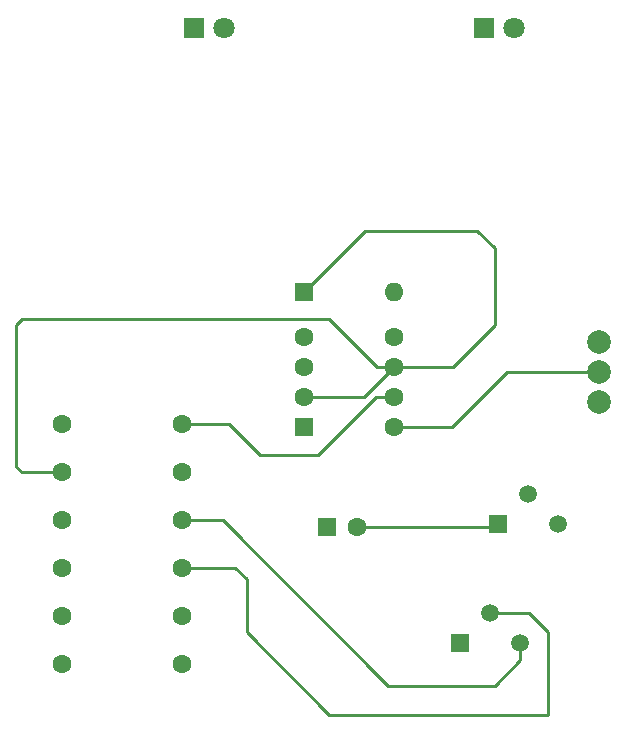
<source format=gbr>
%TF.GenerationSoftware,KiCad,Pcbnew,9.0.6*%
%TF.CreationDate,2025-12-13T06:32:16+01:00*%
%TF.ProjectId,Rocket,526f636b-6574-42e6-9b69-6361645f7063,rev?*%
%TF.SameCoordinates,Original*%
%TF.FileFunction,Copper,L1,Top*%
%TF.FilePolarity,Positive*%
%FSLAX46Y46*%
G04 Gerber Fmt 4.6, Leading zero omitted, Abs format (unit mm)*
G04 Created by KiCad (PCBNEW 9.0.6) date 2025-12-13 06:32:16*
%MOMM*%
%LPD*%
G01*
G04 APERTURE LIST*
G04 Aperture macros list*
%AMRoundRect*
0 Rectangle with rounded corners*
0 $1 Rounding radius*
0 $2 $3 $4 $5 $6 $7 $8 $9 X,Y pos of 4 corners*
0 Add a 4 corners polygon primitive as box body*
4,1,4,$2,$3,$4,$5,$6,$7,$8,$9,$2,$3,0*
0 Add four circle primitives for the rounded corners*
1,1,$1+$1,$2,$3*
1,1,$1+$1,$4,$5*
1,1,$1+$1,$6,$7*
1,1,$1+$1,$8,$9*
0 Add four rect primitives between the rounded corners*
20,1,$1+$1,$2,$3,$4,$5,0*
20,1,$1+$1,$4,$5,$6,$7,0*
20,1,$1+$1,$6,$7,$8,$9,0*
20,1,$1+$1,$8,$9,$2,$3,0*%
G04 Aperture macros list end*
%TA.AperFunction,ComponentPad*%
%ADD10R,1.800000X1.800000*%
%TD*%
%TA.AperFunction,ComponentPad*%
%ADD11C,1.800000*%
%TD*%
%TA.AperFunction,ComponentPad*%
%ADD12R,1.500000X1.500000*%
%TD*%
%TA.AperFunction,ComponentPad*%
%ADD13C,1.500000*%
%TD*%
%TA.AperFunction,ComponentPad*%
%ADD14R,1.600000X1.600000*%
%TD*%
%TA.AperFunction,ComponentPad*%
%ADD15O,1.600000X1.600000*%
%TD*%
%TA.AperFunction,ComponentPad*%
%ADD16RoundRect,0.250000X-0.550000X-0.550000X0.550000X-0.550000X0.550000X0.550000X-0.550000X0.550000X0*%
%TD*%
%TA.AperFunction,ComponentPad*%
%ADD17C,1.600000*%
%TD*%
%TA.AperFunction,ComponentPad*%
%ADD18C,2.000000*%
%TD*%
%TA.AperFunction,Conductor*%
%ADD19C,0.250000*%
%TD*%
G04 APERTURE END LIST*
D10*
%TO.P,D2,1,K*%
%TO.N,Net-(D1-K)*%
X143900000Y-77000000D03*
D11*
%TO.P,D2,2,A*%
%TO.N,Net-(D1-A)*%
X146440000Y-77000000D03*
%TD*%
D10*
%TO.P,D1,1,K*%
%TO.N,Net-(D1-K)*%
X168460000Y-77000000D03*
D11*
%TO.P,D1,2,A*%
%TO.N,Net-(D1-A)*%
X171000000Y-77000000D03*
%TD*%
D12*
%TO.P,Q2,1,E*%
%TO.N,Net-(D1-A)*%
X166460000Y-129118808D03*
D13*
%TO.P,Q2,2,B*%
%TO.N,Net-(Q1-C)*%
X169000000Y-126578808D03*
%TO.P,Q2,3,C*%
%TO.N,Net-(Q2-C)*%
X171540000Y-129118808D03*
%TD*%
D12*
%TO.P,Q1,1,E*%
%TO.N,Net-(D1-K)*%
X169720000Y-119000000D03*
D13*
%TO.P,Q1,2,B*%
%TO.N,Net-(Q1-B)*%
X172260000Y-116460000D03*
%TO.P,Q1,3,C*%
%TO.N,Net-(Q1-C)*%
X174800000Y-119000000D03*
%TD*%
D14*
%TO.P,D3,1,K*%
%TO.N,Net-(D3-K)*%
X153223900Y-99393500D03*
D15*
%TO.P,D3,2,A*%
%TO.N,Net-(D3-A)*%
X160843900Y-99393500D03*
%TD*%
D16*
%TO.P,U1,1,GND*%
%TO.N,Net-(D1-K)*%
X153233900Y-110833500D03*
D17*
%TO.P,U1,2,TR*%
%TO.N,Net-(D3-K)*%
X153233900Y-108293500D03*
%TO.P,U1,3,Q*%
%TO.N,unconnected-(U1-Q-Pad3)*%
X153233900Y-105753500D03*
%TO.P,U1,4,R*%
%TO.N,Net-(S1-E)*%
X153233900Y-103213500D03*
%TO.P,U1,5,CV*%
%TO.N,unconnected-(U1-CV-Pad5)*%
X160853900Y-103213500D03*
%TO.P,U1,6,THR*%
%TO.N,Net-(D3-K)*%
X160853900Y-105753500D03*
%TO.P,U1,7,DIS*%
%TO.N,Net-(D3-A)*%
X160853900Y-108293500D03*
%TO.P,U1,8,VCC*%
%TO.N,Net-(S1-E)*%
X160853900Y-110833500D03*
%TD*%
%TO.P,R5,1*%
%TO.N,Net-(S1-E)*%
X132740000Y-122750000D03*
%TO.P,R5,2*%
%TO.N,Net-(Q1-C)*%
X142900000Y-122750000D03*
%TD*%
%TO.P,R3,1*%
%TO.N,Net-(D3-K)*%
X132740000Y-130850000D03*
%TO.P,R3,2*%
%TO.N,Net-(Q1-B)*%
X142900000Y-130850000D03*
%TD*%
D14*
%TO.P,C1,1*%
%TO.N,Net-(D3-K)*%
X155200000Y-119300000D03*
D17*
%TO.P,C1,2*%
%TO.N,Net-(D1-K)*%
X157700000Y-119300000D03*
%TD*%
%TO.P,R4,1*%
%TO.N,Net-(Q1-B)*%
X132740000Y-126800000D03*
%TO.P,R4,2*%
%TO.N,Net-(D1-K)*%
X142900000Y-126800000D03*
%TD*%
%TO.P,R8,1*%
%TO.N,Net-(S1-E)*%
X132740000Y-110600000D03*
%TO.P,R8,2*%
%TO.N,Net-(D3-A)*%
X142900000Y-110600000D03*
%TD*%
%TO.P,R7,1*%
%TO.N,Net-(D3-K)*%
X132740000Y-114650000D03*
%TO.P,R7,2*%
%TO.N,Net-(D3-A)*%
X142900000Y-114650000D03*
%TD*%
%TO.P,R6,1*%
%TO.N,Net-(S1-E)*%
X132740000Y-118700000D03*
%TO.P,R6,2*%
%TO.N,Net-(Q2-C)*%
X142900000Y-118700000D03*
%TD*%
D18*
%TO.P,S1,1,A*%
%TO.N,Net-(S1-A-Pad1)*%
X178200000Y-108700000D03*
%TO.P,S1,2,E*%
%TO.N,Net-(S1-E)*%
X178200000Y-106160000D03*
%TO.P,S1,3,A*%
%TO.N,unconnected-(S1-A-Pad3)*%
X178200000Y-103620000D03*
%TD*%
D19*
%TO.N,Net-(D3-K)*%
X129350000Y-114650000D02*
X132740000Y-114650000D01*
X158417400Y-94200000D02*
X167900000Y-94200000D01*
X128900000Y-102200000D02*
X128900000Y-114200000D01*
X165846500Y-105753500D02*
X160853900Y-105753500D01*
X160853900Y-105753500D02*
X159453500Y-105753500D01*
X158313900Y-108293500D02*
X160853900Y-105753500D01*
X169400000Y-95700000D02*
X169400000Y-102200000D01*
X167900000Y-94200000D02*
X169400000Y-95700000D01*
X159453500Y-105753500D02*
X155400000Y-101700000D01*
X129400000Y-101700000D02*
X128900000Y-102200000D01*
X153223900Y-99393500D02*
X158417400Y-94200000D01*
X128900000Y-114200000D02*
X129350000Y-114650000D01*
X155400000Y-101700000D02*
X129400000Y-101700000D01*
X153233900Y-108293500D02*
X158313900Y-108293500D01*
X169400000Y-102200000D02*
X165846500Y-105753500D01*
%TO.N,Net-(D1-K)*%
X157700000Y-119300000D02*
X169420000Y-119300000D01*
X169420000Y-119300000D02*
X169720000Y-119000000D01*
%TO.N,Net-(Q1-C)*%
X148400000Y-128200000D02*
X148400000Y-123700000D01*
X172278808Y-126578808D02*
X173900000Y-128200000D01*
X173900000Y-135200000D02*
X155400000Y-135200000D01*
X148400000Y-123700000D02*
X147450000Y-122750000D01*
X173900000Y-128200000D02*
X173900000Y-135200000D01*
X169000000Y-126578808D02*
X172278808Y-126578808D01*
X147450000Y-122750000D02*
X142900000Y-122750000D01*
X155400000Y-135200000D02*
X148400000Y-128200000D01*
%TO.N,Net-(Q2-C)*%
X142900000Y-118700000D02*
X146400000Y-118700000D01*
X146400000Y-118700000D02*
X160400000Y-132700000D01*
X169400000Y-132700000D02*
X171540000Y-130560000D01*
X171540000Y-130560000D02*
X171540000Y-129118808D01*
X160400000Y-132700000D02*
X169400000Y-132700000D01*
%TO.N,Net-(S1-E)*%
X160853900Y-110833500D02*
X165766500Y-110833500D01*
X170440000Y-106160000D02*
X178200000Y-106160000D01*
X165766500Y-110833500D02*
X170440000Y-106160000D01*
%TO.N,Net-(D3-A)*%
X154400000Y-113200000D02*
X149500000Y-113200000D01*
X146900000Y-110600000D02*
X142900000Y-110600000D01*
X149500000Y-113200000D02*
X146900000Y-110600000D01*
X147000000Y-110600000D02*
X146900000Y-110600000D01*
X160853900Y-108293500D02*
X159306500Y-108293500D01*
X159306500Y-108293500D02*
X154400000Y-113200000D01*
%TD*%
M02*

</source>
